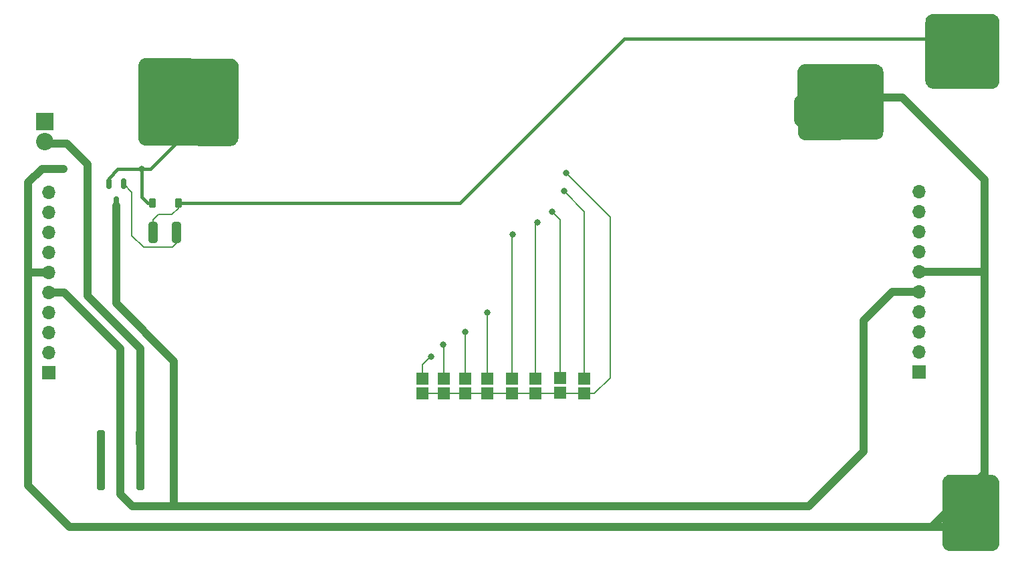
<source format=gbr>
%TF.GenerationSoftware,KiCad,Pcbnew,7.0.5*%
%TF.CreationDate,2023-06-02T17:32:58+02:00*%
%TF.ProjectId,Solar Cell offgrid Power,536f6c61-7220-4436-956c-6c206f666667,rev?*%
%TF.SameCoordinates,Original*%
%TF.FileFunction,Copper,L1,Top*%
%TF.FilePolarity,Positive*%
%FSLAX46Y46*%
G04 Gerber Fmt 4.6, Leading zero omitted, Abs format (unit mm)*
G04 Created by KiCad (PCBNEW 7.0.5) date 2023-06-02 17:32:58*
%MOMM*%
%LPD*%
G01*
G04 APERTURE LIST*
G04 Aperture macros list*
%AMRoundRect*
0 Rectangle with rounded corners*
0 $1 Rounding radius*
0 $2 $3 $4 $5 $6 $7 $8 $9 X,Y pos of 4 corners*
0 Add a 4 corners polygon primitive as box body*
4,1,4,$2,$3,$4,$5,$6,$7,$8,$9,$2,$3,0*
0 Add four circle primitives for the rounded corners*
1,1,$1+$1,$2,$3*
1,1,$1+$1,$4,$5*
1,1,$1+$1,$6,$7*
1,1,$1+$1,$8,$9*
0 Add four rect primitives between the rounded corners*
20,1,$1+$1,$2,$3,$4,$5,0*
20,1,$1+$1,$4,$5,$6,$7,0*
20,1,$1+$1,$6,$7,$8,$9,0*
20,1,$1+$1,$8,$9,$2,$3,0*%
G04 Aperture macros list end*
%TA.AperFunction,SMDPad,CuDef*%
%ADD10R,3.000000X3.000000*%
%TD*%
%TA.AperFunction,SMDPad,CuDef*%
%ADD11RoundRect,0.150000X-0.150000X0.512500X-0.150000X-0.512500X0.150000X-0.512500X0.150000X0.512500X0*%
%TD*%
%TA.AperFunction,ComponentPad*%
%ADD12R,1.700000X1.700000*%
%TD*%
%TA.AperFunction,ComponentPad*%
%ADD13O,1.700000X1.700000*%
%TD*%
%TA.AperFunction,SMDPad,CuDef*%
%ADD14R,1.500000X1.500000*%
%TD*%
%TA.AperFunction,SMDPad,CuDef*%
%ADD15RoundRect,0.250000X-0.250000X-0.750000X0.250000X-0.750000X0.250000X0.750000X-0.250000X0.750000X0*%
%TD*%
%TA.AperFunction,ComponentPad*%
%ADD16O,2.070000X4.140000*%
%TD*%
%TA.AperFunction,SMDPad,CuDef*%
%ADD17RoundRect,0.225000X-0.225000X-0.375000X0.225000X-0.375000X0.225000X0.375000X-0.225000X0.375000X0*%
%TD*%
%TA.AperFunction,ComponentPad*%
%ADD18R,2.200000X2.200000*%
%TD*%
%TA.AperFunction,ComponentPad*%
%ADD19C,2.200000*%
%TD*%
%TA.AperFunction,SMDPad,CuDef*%
%ADD20RoundRect,0.250000X-0.312500X-1.075000X0.312500X-1.075000X0.312500X1.075000X-0.312500X1.075000X0*%
%TD*%
%TA.AperFunction,ViaPad*%
%ADD21C,0.800000*%
%TD*%
%TA.AperFunction,Conductor*%
%ADD22C,0.400000*%
%TD*%
%TA.AperFunction,Conductor*%
%ADD23C,0.150000*%
%TD*%
%TA.AperFunction,Conductor*%
%ADD24C,1.000000*%
%TD*%
%TA.AperFunction,Conductor*%
%ADD25C,0.200000*%
%TD*%
G04 APERTURE END LIST*
D10*
%TO.P,BAT_POS1,1,1*%
%TO.N,BAT+*%
X131220000Y-77240000D03*
%TD*%
D11*
%TO.P,Q1,1,B*%
%TO.N,Net-(Q1-B)*%
X122800000Y-87255000D03*
%TO.P,Q1,2,E*%
%TO.N,BAT+*%
X120900000Y-87255000D03*
%TO.P,Q1,3,C*%
%TO.N,PWR*%
X121850000Y-89530000D03*
%TD*%
D10*
%TO.P,TPBAT_NEG1,1,1*%
%TO.N,GND*%
X213590000Y-76290000D03*
%TD*%
D12*
%TO.P,J2,1,Pin_1*%
%TO.N,Conn_track_1*%
X113290000Y-111150000D03*
D13*
%TO.P,J2,2,Pin_2*%
%TO.N,Conn_track_2*%
X113290000Y-108610000D03*
%TO.P,J2,3,Pin_3*%
%TO.N,Conn_track_3*%
X113290000Y-106070000D03*
%TO.P,J2,4,Pin_4*%
%TO.N,Conn_track_4*%
X113290000Y-103530000D03*
%TO.P,J2,5,Pin_5*%
%TO.N,PWR*%
X113290000Y-100990000D03*
%TO.P,J2,6,Pin_6*%
%TO.N,GND*%
X113290000Y-98450000D03*
%TO.P,J2,7,Pin_7*%
%TO.N,Conn_track_7*%
X113290000Y-95910000D03*
%TO.P,J2,8,Pin_8*%
%TO.N,Conn_track_8*%
X113290000Y-93370000D03*
%TO.P,J2,9,Pin_9*%
%TO.N,Conn_track_9*%
X113290000Y-90830000D03*
%TO.P,J2,10,Pin_10*%
%TO.N,Conn_track_10*%
X113290000Y-88290000D03*
%TD*%
D14*
%TO.P,BK4,1,1*%
%TO.N,BAT+*%
X160640000Y-113810000D03*
%TO.P,BK4,2,2*%
%TO.N,Conn_track_1*%
X160640000Y-111950000D03*
%TD*%
%TO.P,BK8,1,1*%
%TO.N,BAT+*%
X172010000Y-113795000D03*
%TO.P,BK8,2,2*%
%TO.N,Conn_track_7*%
X172010000Y-111935000D03*
%TD*%
D15*
%TO.P,J4,1,Pin_1*%
%TO.N,Net-(J4-Pin_1)*%
X119900000Y-125080000D03*
%TO.P,J4,2,Pin_2*%
%TO.N,PWR*%
X122390000Y-125070000D03*
%TO.P,J4,3,Pin_3*%
%TO.N,PWR_HOME*%
X124910000Y-125080000D03*
%TO.P,J4,4,Pin_4*%
X124830000Y-119450000D03*
%TO.P,J4,5,Pin_5*%
%TO.N,PWR*%
X122410000Y-119430000D03*
%TO.P,J4,6,Pin_6*%
%TO.N,Net-(J4-Pin_1)*%
X119900000Y-119440000D03*
%TD*%
D16*
%TO.P,BT1,+*%
%TO.N,BAT+*%
X135825000Y-77950000D03*
%TO.P,BT1,-*%
%TO.N,GND*%
X208725000Y-77950000D03*
%TD*%
D14*
%TO.P,BK7,1,1*%
%TO.N,BAT+*%
X168860000Y-113790000D03*
%TO.P,BK7,2,2*%
%TO.N,Conn_track_4*%
X168860000Y-111930000D03*
%TD*%
%TO.P,BK6,1,1*%
%TO.N,BAT+*%
X166020000Y-113820000D03*
%TO.P,BK6,2,2*%
%TO.N,Conn_track_3*%
X166020000Y-111960000D03*
%TD*%
D10*
%TO.P,TPSC_NEG1,1,1*%
%TO.N,GND*%
X231840000Y-130130000D03*
%TD*%
D14*
%TO.P,BK3,1,1*%
%TO.N,BAT+*%
X181140000Y-113805000D03*
%TO.P,BK3,2,2*%
%TO.N,Conn_track_10*%
X181140000Y-111945000D03*
%TD*%
%TO.P,BK2,1,1*%
%TO.N,BAT+*%
X178100000Y-113745000D03*
%TO.P,BK2,2,2*%
%TO.N,Conn_track_9*%
X178100000Y-111885000D03*
%TD*%
D12*
%TO.P,J1,1,Pin_1*%
%TO.N,Conn_track_1*%
X223580000Y-111110000D03*
D13*
%TO.P,J1,2,Pin_2*%
%TO.N,Conn_track_2*%
X223580000Y-108570000D03*
%TO.P,J1,3,Pin_3*%
%TO.N,Conn_track_3*%
X223580000Y-106030000D03*
%TO.P,J1,4,Pin_4*%
%TO.N,Conn_track_4*%
X223580000Y-103490000D03*
%TO.P,J1,5,Pin_5*%
%TO.N,PWR*%
X223580000Y-100950000D03*
%TO.P,J1,6,Pin_6*%
%TO.N,GND*%
X223580000Y-98410000D03*
%TO.P,J1,7,Pin_7*%
%TO.N,Conn_track_7*%
X223580000Y-95870000D03*
%TO.P,J1,8,Pin_8*%
%TO.N,Conn_track_8*%
X223580000Y-93330000D03*
%TO.P,J1,9,Pin_9*%
%TO.N,Conn_track_9*%
X223580000Y-90790000D03*
%TO.P,J1,10,Pin_10*%
%TO.N,Conn_track_10*%
X223580000Y-88250000D03*
%TD*%
D17*
%TO.P,D1,1,K*%
%TO.N,BAT+*%
X126420000Y-89630000D03*
%TO.P,D1,2,A*%
%TO.N,Net-(D1-A)*%
X129720000Y-89630000D03*
%TD*%
D18*
%TO.P,J3,1,Pin_1*%
%TO.N,GND*%
X112830000Y-79330000D03*
D19*
%TO.P,J3,2,Pin_2*%
%TO.N,PWR_HOME*%
X112830000Y-81870000D03*
%TD*%
D10*
%TO.P,SC_POS1,1,1*%
%TO.N,Net-(D1-A)*%
X231710000Y-69830000D03*
%TD*%
D14*
%TO.P,BK1,1,1*%
%TO.N,BAT+*%
X174990000Y-113765000D03*
%TO.P,BK1,2,2*%
%TO.N,Conn_track_8*%
X174990000Y-111905000D03*
%TD*%
%TO.P,BK5,1,1*%
%TO.N,BAT+*%
X163340000Y-113810000D03*
%TO.P,BK5,2,2*%
%TO.N,Conn_track_2*%
X163340000Y-111950000D03*
%TD*%
D20*
%TO.P,R1,1*%
%TO.N,Net-(D1-A)*%
X126537500Y-93360000D03*
%TO.P,R1,2*%
%TO.N,Net-(Q1-B)*%
X129462500Y-93360000D03*
%TD*%
D21*
%TO.N,BAT+*%
X178810000Y-85880000D03*
X125090000Y-85385000D03*
%TO.N,Conn_track_8*%
X175230000Y-92150000D03*
%TO.N,GND*%
X115170000Y-85350000D03*
%TO.N,Conn_track_9*%
X177070000Y-90770000D03*
%TO.N,Conn_track_10*%
X178560000Y-88190000D03*
%TO.N,Conn_track_1*%
X161700000Y-109150000D03*
%TO.N,Conn_track_2*%
X163290000Y-107620000D03*
%TO.N,Conn_track_3*%
X166090000Y-105980000D03*
%TO.N,Conn_track_4*%
X168860000Y-103530000D03*
%TO.N,Conn_track_7*%
X172030000Y-93670000D03*
%TD*%
D22*
%TO.N,BAT+*%
X126165000Y-85385000D02*
X131020000Y-80530000D01*
X125090000Y-88920000D02*
X125800000Y-89630000D01*
D23*
X181135000Y-113810000D02*
X181140000Y-113805000D01*
X184420000Y-91490000D02*
X178810000Y-85880000D01*
D22*
X131020000Y-80530000D02*
X131020000Y-77120000D01*
D23*
X160640000Y-113810000D02*
X181135000Y-113810000D01*
D22*
X125800000Y-89630000D02*
X126420000Y-89630000D01*
X125090000Y-85385000D02*
X126165000Y-85385000D01*
D24*
X136450000Y-77300000D02*
X131200000Y-77300000D01*
D22*
X125090000Y-85385000D02*
X125090000Y-88920000D01*
D23*
X184420000Y-111820000D02*
X184420000Y-91490000D01*
D22*
X125090000Y-85385000D02*
X122045000Y-85385000D01*
D24*
X131200000Y-77300000D02*
X131020000Y-77120000D01*
D23*
X181140000Y-113805000D02*
X182435000Y-113805000D01*
X182435000Y-113805000D02*
X184420000Y-111820000D01*
D22*
X122045000Y-85385000D02*
X120900000Y-86530000D01*
X120900000Y-86530000D02*
X120900000Y-87255000D01*
D25*
X178830000Y-85880000D02*
X178810000Y-85880000D01*
X178810000Y-85860000D02*
X178770000Y-85820000D01*
X178810000Y-85880000D02*
X178810000Y-85860000D01*
%TO.N,Net-(D1-A)*%
X129720000Y-90360000D02*
X128930000Y-91150000D01*
D22*
X165400000Y-89630000D02*
X186220000Y-68810000D01*
D25*
X127170000Y-91150000D02*
X126537500Y-91782500D01*
X129720000Y-89630000D02*
X129720000Y-90360000D01*
D22*
X186220000Y-68810000D02*
X230690000Y-68810000D01*
X230690000Y-68810000D02*
X231710000Y-69830000D01*
X129720000Y-89630000D02*
X165400000Y-89630000D01*
D25*
X126537500Y-91782500D02*
X126537500Y-93360000D01*
X128930000Y-91150000D02*
X127170000Y-91150000D01*
D23*
%TO.N,Conn_track_8*%
X174990000Y-111905000D02*
X174990000Y-92390000D01*
X174990000Y-92390000D02*
X175230000Y-92150000D01*
D24*
%TO.N,PWR*%
X122390000Y-108140000D02*
X115240000Y-100990000D01*
X122390000Y-121660000D02*
X122390000Y-108140000D01*
X129182500Y-109772500D02*
X129182500Y-128080000D01*
X129182500Y-128080000D02*
X209580000Y-128080000D01*
X220140000Y-100950000D02*
X223580000Y-100950000D01*
X115240000Y-100990000D02*
X113290000Y-100990000D01*
X129172500Y-128070000D02*
X123890000Y-128070000D01*
X122390000Y-126570000D02*
X122390000Y-125070000D01*
X123890000Y-128070000D02*
X122390000Y-126570000D01*
X129182500Y-128080000D02*
X129172500Y-128070000D01*
X122390000Y-119450000D02*
X122410000Y-119430000D01*
X122390000Y-121660000D02*
X122390000Y-119450000D01*
X121820000Y-102410000D02*
X129182500Y-109772500D01*
X209580000Y-128080000D02*
X216480000Y-121180000D01*
X216480000Y-121180000D02*
X216480000Y-104610000D01*
X121822500Y-89977500D02*
X121820000Y-89980000D01*
X121820000Y-89980000D02*
X121820000Y-102410000D01*
X216480000Y-104610000D02*
X220140000Y-100950000D01*
X122390000Y-125070000D02*
X122390000Y-121660000D01*
%TO.N,GND*%
X231270000Y-130700000D02*
X225030000Y-130700000D01*
D22*
X110720000Y-98460000D02*
X110730000Y-98450000D01*
D24*
X231770000Y-98410000D02*
X223580000Y-98410000D01*
X110730000Y-98450000D02*
X113290000Y-98450000D01*
X110720000Y-102200000D02*
X110720000Y-98460000D01*
X231840000Y-123990000D02*
X231840000Y-101300000D01*
X110720000Y-125450000D02*
X110720000Y-102200000D01*
X231840000Y-101300000D02*
X231840000Y-98480000D01*
X221440000Y-76290000D02*
X213590000Y-76290000D01*
D22*
X231840000Y-130130000D02*
X231270000Y-130700000D01*
D24*
X231840000Y-130130000D02*
X231840000Y-123990000D01*
X231840000Y-86690000D02*
X221440000Y-76290000D01*
X209350000Y-77300000D02*
X212580000Y-77300000D01*
D22*
X115170000Y-85350000D02*
X115140000Y-85290000D01*
D24*
X115970000Y-130700000D02*
X110720000Y-125450000D01*
X110720000Y-102200000D02*
X110720000Y-87070000D01*
D22*
X231840000Y-98480000D02*
X231770000Y-98410000D01*
D24*
X225030000Y-130700000D02*
X225130000Y-130700000D01*
X225030000Y-130700000D02*
X115970000Y-130700000D01*
X112440000Y-85350000D02*
X115170000Y-85350000D01*
X110720000Y-87070000D02*
X112440000Y-85350000D01*
X225130000Y-130700000D02*
X231840000Y-123990000D01*
X231840000Y-101300000D02*
X231840000Y-86690000D01*
X212580000Y-77300000D02*
X213590000Y-76290000D01*
D23*
%TO.N,Conn_track_9*%
X178100000Y-91800000D02*
X177070000Y-90770000D01*
X178100000Y-111885000D02*
X178100000Y-91800000D01*
%TO.N,Conn_track_10*%
X181140000Y-90770000D02*
X178560000Y-88190000D01*
X181140000Y-111945000D02*
X181140000Y-90770000D01*
%TO.N,Conn_track_1*%
X160640000Y-110150000D02*
X161640000Y-109150000D01*
X161640000Y-109150000D02*
X161700000Y-109150000D01*
X160640000Y-111950000D02*
X160640000Y-110150000D01*
X161700000Y-109150000D02*
X161700000Y-109090000D01*
X161700000Y-109090000D02*
X161660000Y-109130000D01*
%TO.N,Conn_track_2*%
X163340000Y-111950000D02*
X163340000Y-107650000D01*
X163340000Y-107650000D02*
X163420000Y-107570000D01*
%TO.N,Conn_track_3*%
X166020000Y-111960000D02*
X166020000Y-106040000D01*
X166020000Y-106040000D02*
X166010000Y-106030000D01*
D24*
%TO.N,PWR_HOME*%
X113130000Y-82170000D02*
X115610000Y-82170000D01*
X118230000Y-101470000D02*
X124910000Y-108150000D01*
X115610000Y-82170000D02*
X118230000Y-84790000D01*
D22*
X113130000Y-82170000D02*
X112830000Y-81870000D01*
D24*
X124910000Y-108150000D02*
X124910000Y-125080000D01*
X118230000Y-84790000D02*
X118230000Y-101470000D01*
D25*
%TO.N,Net-(Q1-B)*%
X128940000Y-95300000D02*
X125340000Y-95300000D01*
X123830000Y-88285000D02*
X122800000Y-87255000D01*
X129462500Y-94777500D02*
X128940000Y-95300000D01*
X125340000Y-95300000D02*
X123830000Y-93790000D01*
X129462500Y-93360000D02*
X129462500Y-94777500D01*
X123830000Y-93790000D02*
X123830000Y-88285000D01*
D24*
%TO.N,Net-(J4-Pin_1)*%
X119900000Y-125080000D02*
X119900000Y-119440000D01*
D23*
%TO.N,Conn_track_4*%
X168860000Y-111930000D02*
X168860000Y-103580000D01*
X168910000Y-103530000D02*
X168930000Y-103510000D01*
X168860000Y-103580000D02*
X168860000Y-103530000D01*
X168860000Y-103530000D02*
X168910000Y-103530000D01*
X168860000Y-103580000D02*
X168860000Y-103580000D01*
%TO.N,Conn_track_7*%
X172010000Y-111935000D02*
X172010000Y-93690000D01*
X172010000Y-93690000D02*
X172030000Y-93670000D01*
%TD*%
%TA.AperFunction,Conductor*%
%TO.N,Net-(D1-A)*%
G36*
X232718109Y-65690799D02*
G01*
X232771977Y-65696104D01*
X232892941Y-65708018D01*
X232916769Y-65712757D01*
X233081001Y-65762576D01*
X233103453Y-65771877D01*
X233254798Y-65852772D01*
X233275010Y-65866277D01*
X233407666Y-65975145D01*
X233424854Y-65992333D01*
X233533722Y-66124989D01*
X233547227Y-66145201D01*
X233628121Y-66296543D01*
X233637424Y-66319001D01*
X233687240Y-66483223D01*
X233691982Y-66507064D01*
X233709200Y-66681891D01*
X233709499Y-66687971D01*
X233709499Y-74190696D01*
X233709199Y-74196790D01*
X233691904Y-74372012D01*
X233687141Y-74395904D01*
X233637111Y-74560449D01*
X233627769Y-74582948D01*
X233546537Y-74734530D01*
X233532977Y-74754767D01*
X233423671Y-74887550D01*
X233406416Y-74904747D01*
X233273261Y-75013595D01*
X233252976Y-75027086D01*
X233101113Y-75107799D01*
X233078582Y-75117064D01*
X232913862Y-75166529D01*
X232889956Y-75171209D01*
X232792624Y-75180480D01*
X232709595Y-75188388D01*
X232703523Y-75188666D01*
X226682321Y-75168003D01*
X225349597Y-75163429D01*
X225343556Y-75163112D01*
X225246570Y-75153245D01*
X225164091Y-75144854D01*
X225140316Y-75140051D01*
X224976590Y-75089886D01*
X224954205Y-75080546D01*
X224803381Y-74999471D01*
X224783242Y-74985952D01*
X224651085Y-74877066D01*
X224633964Y-74859886D01*
X224525532Y-74727357D01*
X224512085Y-74707177D01*
X224431521Y-74556061D01*
X224422266Y-74533662D01*
X224372660Y-74369758D01*
X224367939Y-74345967D01*
X224350297Y-74166447D01*
X224350000Y-74160379D01*
X224350000Y-66693048D01*
X224350299Y-66686967D01*
X224354706Y-66642213D01*
X224368018Y-66507056D01*
X224372757Y-66483232D01*
X224422577Y-66318994D01*
X224431875Y-66296549D01*
X224512775Y-66145195D01*
X224526272Y-66124995D01*
X224635149Y-65992328D01*
X224652328Y-65975149D01*
X224784995Y-65866272D01*
X224805195Y-65852775D01*
X224956549Y-65771875D01*
X224978994Y-65762577D01*
X225143232Y-65712757D01*
X225167056Y-65708018D01*
X225282677Y-65696630D01*
X225341892Y-65690799D01*
X225347972Y-65690500D01*
X232712028Y-65690500D01*
X232718109Y-65690799D01*
G37*
%TD.AperFunction*%
%TD*%
%TA.AperFunction,Conductor*%
%TO.N,GND*%
G36*
X218031897Y-72081655D02*
G01*
X218092932Y-72087666D01*
X218211806Y-72099374D01*
X218235634Y-72104113D01*
X218399866Y-72153932D01*
X218422318Y-72163233D01*
X218573663Y-72244128D01*
X218593875Y-72257633D01*
X218726531Y-72366501D01*
X218743719Y-72383689D01*
X218852587Y-72516345D01*
X218866092Y-72536557D01*
X218946986Y-72687899D01*
X218956289Y-72710357D01*
X219006105Y-72874580D01*
X219010847Y-72898421D01*
X219028566Y-73078323D01*
X219028865Y-73084404D01*
X219028865Y-80643845D01*
X219028568Y-80649905D01*
X219010973Y-80829180D01*
X219006264Y-80852940D01*
X218956794Y-81016635D01*
X218947555Y-81039027D01*
X218867205Y-81189978D01*
X218853790Y-81210146D01*
X218745625Y-81342599D01*
X218728545Y-81359774D01*
X218596694Y-81468672D01*
X218576599Y-81482200D01*
X218426092Y-81563385D01*
X218403752Y-81572747D01*
X218240337Y-81623123D01*
X218216603Y-81627964D01*
X218037426Y-81646551D01*
X218031368Y-81646881D01*
X209198082Y-81695820D01*
X209192015Y-81695556D01*
X209012444Y-81678917D01*
X208988636Y-81674330D01*
X208824499Y-81625659D01*
X208802048Y-81616530D01*
X208650521Y-81536843D01*
X208630267Y-81523512D01*
X208497156Y-81415868D01*
X208479881Y-81398849D01*
X208370260Y-81267350D01*
X208356629Y-81247295D01*
X208331244Y-81200722D01*
X208274698Y-81096977D01*
X208265234Y-81074661D01*
X208214123Y-80911267D01*
X208209182Y-80887530D01*
X208204202Y-80841292D01*
X208189871Y-80708233D01*
X208189518Y-80702171D01*
X208118337Y-73093774D01*
X208118582Y-73087654D01*
X208119147Y-73081356D01*
X208134818Y-72906533D01*
X208139392Y-72882517D01*
X208141734Y-72874580D01*
X208188246Y-72716942D01*
X208197439Y-72694300D01*
X208277841Y-72541523D01*
X208291298Y-72521125D01*
X208400122Y-72387092D01*
X208417316Y-72369737D01*
X208550318Y-72259671D01*
X208570593Y-72246020D01*
X208722613Y-72164191D01*
X208745166Y-72154788D01*
X208910282Y-72104385D01*
X208934241Y-72099589D01*
X209115216Y-72081657D01*
X209121333Y-72081356D01*
X218025816Y-72081356D01*
X218031897Y-72081655D01*
G37*
%TD.AperFunction*%
%TD*%
%TA.AperFunction,Conductor*%
%TO.N,GND*%
G36*
X230442973Y-124122995D02*
G01*
X232714482Y-124140039D01*
X232720526Y-124140381D01*
X232816217Y-124150486D01*
X232899438Y-124159274D01*
X232923128Y-124164148D01*
X232976593Y-124180723D01*
X233086266Y-124214723D01*
X233108565Y-124224107D01*
X233258772Y-124305394D01*
X233278823Y-124318928D01*
X233410390Y-124427834D01*
X233427433Y-124445005D01*
X233535350Y-124577386D01*
X233548734Y-124597539D01*
X233628890Y-124748350D01*
X233638106Y-124770718D01*
X233687454Y-124934223D01*
X233692152Y-124957956D01*
X233709203Y-125131928D01*
X233709499Y-125137980D01*
X233709499Y-132782027D01*
X233709200Y-132788107D01*
X233691982Y-132962934D01*
X233687239Y-132986776D01*
X233637423Y-133150995D01*
X233628121Y-133173452D01*
X233547224Y-133324801D01*
X233533719Y-133345013D01*
X233424854Y-133477666D01*
X233407666Y-133494854D01*
X233275010Y-133603722D01*
X233254798Y-133617227D01*
X233103456Y-133698121D01*
X233080998Y-133707424D01*
X232916775Y-133757240D01*
X232892935Y-133761982D01*
X232718109Y-133779201D01*
X232712028Y-133779500D01*
X227507271Y-133779500D01*
X227501190Y-133779201D01*
X227326364Y-133761982D01*
X227302523Y-133757240D01*
X227138300Y-133707424D01*
X227115842Y-133698121D01*
X226964500Y-133617227D01*
X226944288Y-133603722D01*
X226811632Y-133494854D01*
X226794444Y-133477666D01*
X226786252Y-133467684D01*
X226685575Y-133345008D01*
X226672071Y-133324798D01*
X226591177Y-133173456D01*
X226581874Y-133150998D01*
X226532056Y-132986769D01*
X226527317Y-132962941D01*
X226515609Y-132844067D01*
X226509598Y-132783032D01*
X226509299Y-132776951D01*
X226509299Y-125104070D01*
X226509601Y-125097961D01*
X226527488Y-124917214D01*
X226532275Y-124893264D01*
X226582562Y-124728328D01*
X226591946Y-124705791D01*
X226673587Y-124553909D01*
X226687206Y-124533650D01*
X226797040Y-124400709D01*
X226814363Y-124383516D01*
X226948123Y-124274683D01*
X226968479Y-124261220D01*
X227120972Y-124180720D01*
X227143574Y-124171505D01*
X227308898Y-124122453D01*
X227332869Y-124117849D01*
X227513775Y-124101316D01*
X227519854Y-124101063D01*
X230442973Y-124122995D01*
G37*
%TD.AperFunction*%
%TD*%
%TA.AperFunction,Conductor*%
%TO.N,BAT+*%
G36*
X126877186Y-71318897D02*
G01*
X135878481Y-71389440D01*
X136395527Y-71393493D01*
X136401606Y-71393839D01*
X136581407Y-71412975D01*
X136605212Y-71417905D01*
X136769069Y-71469027D01*
X136791455Y-71478508D01*
X136942184Y-71560618D01*
X136962290Y-71574285D01*
X137094100Y-71684230D01*
X137111154Y-71701559D01*
X137218978Y-71835111D01*
X137232322Y-71855434D01*
X137312011Y-72007454D01*
X137321133Y-72029990D01*
X137349231Y-72125390D01*
X137369627Y-72194637D01*
X137374177Y-72218520D01*
X137390436Y-72398605D01*
X137390686Y-72404689D01*
X137317000Y-81443333D01*
X137316654Y-81449392D01*
X137297586Y-81628581D01*
X137292680Y-81652311D01*
X137241843Y-81815646D01*
X137232416Y-81837968D01*
X137150781Y-81988305D01*
X137137192Y-82008367D01*
X137027885Y-82139949D01*
X137010654Y-82156987D01*
X136877844Y-82264798D01*
X136857630Y-82278158D01*
X136706381Y-82358088D01*
X136683953Y-82367262D01*
X136520050Y-82416250D01*
X136496267Y-82420887D01*
X136316875Y-82437927D01*
X136310825Y-82438204D01*
X128123230Y-82412356D01*
X125638740Y-82404512D01*
X125632684Y-82404196D01*
X125597952Y-82400671D01*
X125453194Y-82385981D01*
X125429415Y-82381183D01*
X125265647Y-82331046D01*
X125243256Y-82321709D01*
X125092387Y-82240646D01*
X125072251Y-82227134D01*
X124940050Y-82118246D01*
X124922924Y-82101066D01*
X124814457Y-81968526D01*
X124801003Y-81948339D01*
X124720419Y-81797217D01*
X124711153Y-81774797D01*
X124674076Y-81652311D01*
X124661532Y-81610870D01*
X124656811Y-81587084D01*
X124639163Y-81407537D01*
X124638865Y-81401469D01*
X124638865Y-72312287D01*
X124639167Y-72306176D01*
X124650207Y-72194637D01*
X124657062Y-72125382D01*
X124661851Y-72101434D01*
X124712158Y-71936470D01*
X124721550Y-71913919D01*
X124803221Y-71762018D01*
X124816849Y-71741752D01*
X124926720Y-71608806D01*
X124944053Y-71591609D01*
X125077855Y-71482784D01*
X125098227Y-71469317D01*
X125205015Y-71412975D01*
X125250765Y-71388836D01*
X125273379Y-71379624D01*
X125438743Y-71330610D01*
X125462717Y-71326011D01*
X125545780Y-71318445D01*
X125643656Y-71309532D01*
X125649767Y-71309278D01*
X126877186Y-71318897D01*
G37*
%TD.AperFunction*%
%TD*%
M02*

</source>
